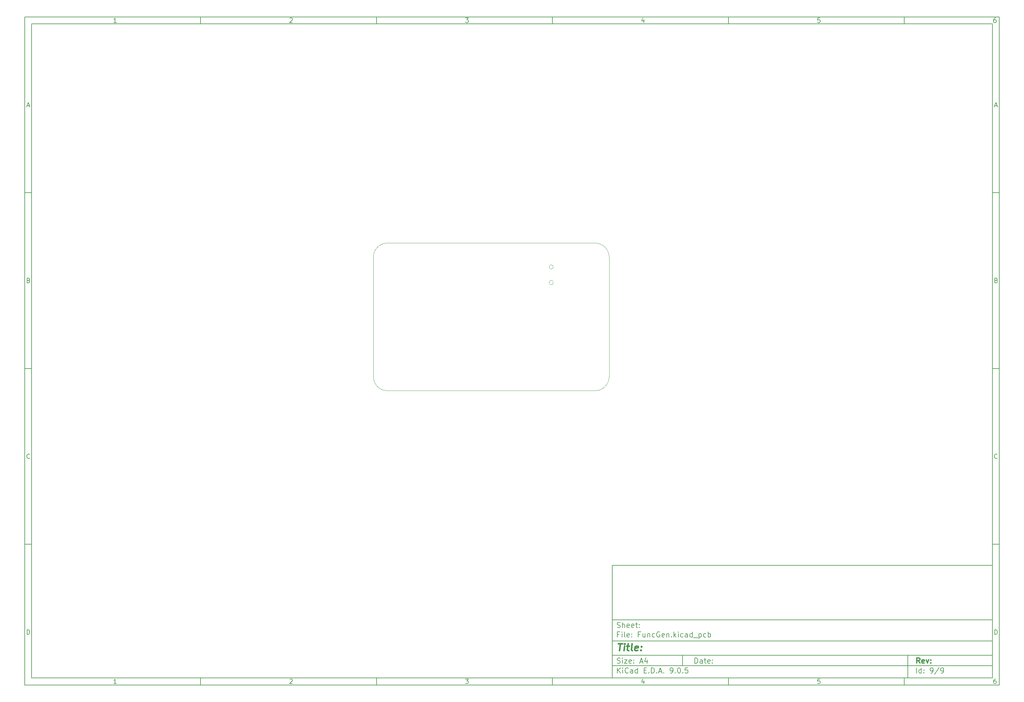
<source format=gbr>
%TF.GenerationSoftware,KiCad,Pcbnew,9.0.5*%
%TF.CreationDate,2025-10-31T11:59:02+05:30*%
%TF.ProjectId,FuncGen,46756e63-4765-46e2-9e6b-696361645f70,rev?*%
%TF.SameCoordinates,Original*%
%TF.FileFunction,Profile,NP*%
%FSLAX46Y46*%
G04 Gerber Fmt 4.6, Leading zero omitted, Abs format (unit mm)*
G04 Created by KiCad (PCBNEW 9.0.5) date 2025-10-31 11:59:02*
%MOMM*%
%LPD*%
G01*
G04 APERTURE LIST*
%ADD10C,0.100000*%
%ADD11C,0.150000*%
%ADD12C,0.300000*%
%ADD13C,0.400000*%
%TA.AperFunction,Profile*%
%ADD14C,0.100000*%
%TD*%
%TA.AperFunction,Profile*%
%ADD15C,0.120000*%
%TD*%
G04 APERTURE END LIST*
D10*
D11*
X177002200Y-166007200D02*
X285002200Y-166007200D01*
X285002200Y-198007200D01*
X177002200Y-198007200D01*
X177002200Y-166007200D01*
D10*
D11*
X10000000Y-10000000D02*
X287002200Y-10000000D01*
X287002200Y-200007200D01*
X10000000Y-200007200D01*
X10000000Y-10000000D01*
D10*
D11*
X12000000Y-12000000D02*
X285002200Y-12000000D01*
X285002200Y-198007200D01*
X12000000Y-198007200D01*
X12000000Y-12000000D01*
D10*
D11*
X60000000Y-12000000D02*
X60000000Y-10000000D01*
D10*
D11*
X110000000Y-12000000D02*
X110000000Y-10000000D01*
D10*
D11*
X160000000Y-12000000D02*
X160000000Y-10000000D01*
D10*
D11*
X210000000Y-12000000D02*
X210000000Y-10000000D01*
D10*
D11*
X260000000Y-12000000D02*
X260000000Y-10000000D01*
D10*
D11*
X36089160Y-11593604D02*
X35346303Y-11593604D01*
X35717731Y-11593604D02*
X35717731Y-10293604D01*
X35717731Y-10293604D02*
X35593922Y-10479319D01*
X35593922Y-10479319D02*
X35470112Y-10603128D01*
X35470112Y-10603128D02*
X35346303Y-10665033D01*
D10*
D11*
X85346303Y-10417414D02*
X85408207Y-10355509D01*
X85408207Y-10355509D02*
X85532017Y-10293604D01*
X85532017Y-10293604D02*
X85841541Y-10293604D01*
X85841541Y-10293604D02*
X85965350Y-10355509D01*
X85965350Y-10355509D02*
X86027255Y-10417414D01*
X86027255Y-10417414D02*
X86089160Y-10541223D01*
X86089160Y-10541223D02*
X86089160Y-10665033D01*
X86089160Y-10665033D02*
X86027255Y-10850747D01*
X86027255Y-10850747D02*
X85284398Y-11593604D01*
X85284398Y-11593604D02*
X86089160Y-11593604D01*
D10*
D11*
X135284398Y-10293604D02*
X136089160Y-10293604D01*
X136089160Y-10293604D02*
X135655826Y-10788842D01*
X135655826Y-10788842D02*
X135841541Y-10788842D01*
X135841541Y-10788842D02*
X135965350Y-10850747D01*
X135965350Y-10850747D02*
X136027255Y-10912652D01*
X136027255Y-10912652D02*
X136089160Y-11036461D01*
X136089160Y-11036461D02*
X136089160Y-11345985D01*
X136089160Y-11345985D02*
X136027255Y-11469795D01*
X136027255Y-11469795D02*
X135965350Y-11531700D01*
X135965350Y-11531700D02*
X135841541Y-11593604D01*
X135841541Y-11593604D02*
X135470112Y-11593604D01*
X135470112Y-11593604D02*
X135346303Y-11531700D01*
X135346303Y-11531700D02*
X135284398Y-11469795D01*
D10*
D11*
X185965350Y-10726938D02*
X185965350Y-11593604D01*
X185655826Y-10231700D02*
X185346303Y-11160271D01*
X185346303Y-11160271D02*
X186151064Y-11160271D01*
D10*
D11*
X236027255Y-10293604D02*
X235408207Y-10293604D01*
X235408207Y-10293604D02*
X235346303Y-10912652D01*
X235346303Y-10912652D02*
X235408207Y-10850747D01*
X235408207Y-10850747D02*
X235532017Y-10788842D01*
X235532017Y-10788842D02*
X235841541Y-10788842D01*
X235841541Y-10788842D02*
X235965350Y-10850747D01*
X235965350Y-10850747D02*
X236027255Y-10912652D01*
X236027255Y-10912652D02*
X236089160Y-11036461D01*
X236089160Y-11036461D02*
X236089160Y-11345985D01*
X236089160Y-11345985D02*
X236027255Y-11469795D01*
X236027255Y-11469795D02*
X235965350Y-11531700D01*
X235965350Y-11531700D02*
X235841541Y-11593604D01*
X235841541Y-11593604D02*
X235532017Y-11593604D01*
X235532017Y-11593604D02*
X235408207Y-11531700D01*
X235408207Y-11531700D02*
X235346303Y-11469795D01*
D10*
D11*
X285965350Y-10293604D02*
X285717731Y-10293604D01*
X285717731Y-10293604D02*
X285593922Y-10355509D01*
X285593922Y-10355509D02*
X285532017Y-10417414D01*
X285532017Y-10417414D02*
X285408207Y-10603128D01*
X285408207Y-10603128D02*
X285346303Y-10850747D01*
X285346303Y-10850747D02*
X285346303Y-11345985D01*
X285346303Y-11345985D02*
X285408207Y-11469795D01*
X285408207Y-11469795D02*
X285470112Y-11531700D01*
X285470112Y-11531700D02*
X285593922Y-11593604D01*
X285593922Y-11593604D02*
X285841541Y-11593604D01*
X285841541Y-11593604D02*
X285965350Y-11531700D01*
X285965350Y-11531700D02*
X286027255Y-11469795D01*
X286027255Y-11469795D02*
X286089160Y-11345985D01*
X286089160Y-11345985D02*
X286089160Y-11036461D01*
X286089160Y-11036461D02*
X286027255Y-10912652D01*
X286027255Y-10912652D02*
X285965350Y-10850747D01*
X285965350Y-10850747D02*
X285841541Y-10788842D01*
X285841541Y-10788842D02*
X285593922Y-10788842D01*
X285593922Y-10788842D02*
X285470112Y-10850747D01*
X285470112Y-10850747D02*
X285408207Y-10912652D01*
X285408207Y-10912652D02*
X285346303Y-11036461D01*
D10*
D11*
X60000000Y-198007200D02*
X60000000Y-200007200D01*
D10*
D11*
X110000000Y-198007200D02*
X110000000Y-200007200D01*
D10*
D11*
X160000000Y-198007200D02*
X160000000Y-200007200D01*
D10*
D11*
X210000000Y-198007200D02*
X210000000Y-200007200D01*
D10*
D11*
X260000000Y-198007200D02*
X260000000Y-200007200D01*
D10*
D11*
X36089160Y-199600804D02*
X35346303Y-199600804D01*
X35717731Y-199600804D02*
X35717731Y-198300804D01*
X35717731Y-198300804D02*
X35593922Y-198486519D01*
X35593922Y-198486519D02*
X35470112Y-198610328D01*
X35470112Y-198610328D02*
X35346303Y-198672233D01*
D10*
D11*
X85346303Y-198424614D02*
X85408207Y-198362709D01*
X85408207Y-198362709D02*
X85532017Y-198300804D01*
X85532017Y-198300804D02*
X85841541Y-198300804D01*
X85841541Y-198300804D02*
X85965350Y-198362709D01*
X85965350Y-198362709D02*
X86027255Y-198424614D01*
X86027255Y-198424614D02*
X86089160Y-198548423D01*
X86089160Y-198548423D02*
X86089160Y-198672233D01*
X86089160Y-198672233D02*
X86027255Y-198857947D01*
X86027255Y-198857947D02*
X85284398Y-199600804D01*
X85284398Y-199600804D02*
X86089160Y-199600804D01*
D10*
D11*
X135284398Y-198300804D02*
X136089160Y-198300804D01*
X136089160Y-198300804D02*
X135655826Y-198796042D01*
X135655826Y-198796042D02*
X135841541Y-198796042D01*
X135841541Y-198796042D02*
X135965350Y-198857947D01*
X135965350Y-198857947D02*
X136027255Y-198919852D01*
X136027255Y-198919852D02*
X136089160Y-199043661D01*
X136089160Y-199043661D02*
X136089160Y-199353185D01*
X136089160Y-199353185D02*
X136027255Y-199476995D01*
X136027255Y-199476995D02*
X135965350Y-199538900D01*
X135965350Y-199538900D02*
X135841541Y-199600804D01*
X135841541Y-199600804D02*
X135470112Y-199600804D01*
X135470112Y-199600804D02*
X135346303Y-199538900D01*
X135346303Y-199538900D02*
X135284398Y-199476995D01*
D10*
D11*
X185965350Y-198734138D02*
X185965350Y-199600804D01*
X185655826Y-198238900D02*
X185346303Y-199167471D01*
X185346303Y-199167471D02*
X186151064Y-199167471D01*
D10*
D11*
X236027255Y-198300804D02*
X235408207Y-198300804D01*
X235408207Y-198300804D02*
X235346303Y-198919852D01*
X235346303Y-198919852D02*
X235408207Y-198857947D01*
X235408207Y-198857947D02*
X235532017Y-198796042D01*
X235532017Y-198796042D02*
X235841541Y-198796042D01*
X235841541Y-198796042D02*
X235965350Y-198857947D01*
X235965350Y-198857947D02*
X236027255Y-198919852D01*
X236027255Y-198919852D02*
X236089160Y-199043661D01*
X236089160Y-199043661D02*
X236089160Y-199353185D01*
X236089160Y-199353185D02*
X236027255Y-199476995D01*
X236027255Y-199476995D02*
X235965350Y-199538900D01*
X235965350Y-199538900D02*
X235841541Y-199600804D01*
X235841541Y-199600804D02*
X235532017Y-199600804D01*
X235532017Y-199600804D02*
X235408207Y-199538900D01*
X235408207Y-199538900D02*
X235346303Y-199476995D01*
D10*
D11*
X285965350Y-198300804D02*
X285717731Y-198300804D01*
X285717731Y-198300804D02*
X285593922Y-198362709D01*
X285593922Y-198362709D02*
X285532017Y-198424614D01*
X285532017Y-198424614D02*
X285408207Y-198610328D01*
X285408207Y-198610328D02*
X285346303Y-198857947D01*
X285346303Y-198857947D02*
X285346303Y-199353185D01*
X285346303Y-199353185D02*
X285408207Y-199476995D01*
X285408207Y-199476995D02*
X285470112Y-199538900D01*
X285470112Y-199538900D02*
X285593922Y-199600804D01*
X285593922Y-199600804D02*
X285841541Y-199600804D01*
X285841541Y-199600804D02*
X285965350Y-199538900D01*
X285965350Y-199538900D02*
X286027255Y-199476995D01*
X286027255Y-199476995D02*
X286089160Y-199353185D01*
X286089160Y-199353185D02*
X286089160Y-199043661D01*
X286089160Y-199043661D02*
X286027255Y-198919852D01*
X286027255Y-198919852D02*
X285965350Y-198857947D01*
X285965350Y-198857947D02*
X285841541Y-198796042D01*
X285841541Y-198796042D02*
X285593922Y-198796042D01*
X285593922Y-198796042D02*
X285470112Y-198857947D01*
X285470112Y-198857947D02*
X285408207Y-198919852D01*
X285408207Y-198919852D02*
X285346303Y-199043661D01*
D10*
D11*
X10000000Y-60000000D02*
X12000000Y-60000000D01*
D10*
D11*
X10000000Y-110000000D02*
X12000000Y-110000000D01*
D10*
D11*
X10000000Y-160000000D02*
X12000000Y-160000000D01*
D10*
D11*
X10690476Y-35222176D02*
X11309523Y-35222176D01*
X10566666Y-35593604D02*
X10999999Y-34293604D01*
X10999999Y-34293604D02*
X11433333Y-35593604D01*
D10*
D11*
X11092857Y-84912652D02*
X11278571Y-84974557D01*
X11278571Y-84974557D02*
X11340476Y-85036461D01*
X11340476Y-85036461D02*
X11402380Y-85160271D01*
X11402380Y-85160271D02*
X11402380Y-85345985D01*
X11402380Y-85345985D02*
X11340476Y-85469795D01*
X11340476Y-85469795D02*
X11278571Y-85531700D01*
X11278571Y-85531700D02*
X11154761Y-85593604D01*
X11154761Y-85593604D02*
X10659523Y-85593604D01*
X10659523Y-85593604D02*
X10659523Y-84293604D01*
X10659523Y-84293604D02*
X11092857Y-84293604D01*
X11092857Y-84293604D02*
X11216666Y-84355509D01*
X11216666Y-84355509D02*
X11278571Y-84417414D01*
X11278571Y-84417414D02*
X11340476Y-84541223D01*
X11340476Y-84541223D02*
X11340476Y-84665033D01*
X11340476Y-84665033D02*
X11278571Y-84788842D01*
X11278571Y-84788842D02*
X11216666Y-84850747D01*
X11216666Y-84850747D02*
X11092857Y-84912652D01*
X11092857Y-84912652D02*
X10659523Y-84912652D01*
D10*
D11*
X11402380Y-135469795D02*
X11340476Y-135531700D01*
X11340476Y-135531700D02*
X11154761Y-135593604D01*
X11154761Y-135593604D02*
X11030952Y-135593604D01*
X11030952Y-135593604D02*
X10845238Y-135531700D01*
X10845238Y-135531700D02*
X10721428Y-135407890D01*
X10721428Y-135407890D02*
X10659523Y-135284080D01*
X10659523Y-135284080D02*
X10597619Y-135036461D01*
X10597619Y-135036461D02*
X10597619Y-134850747D01*
X10597619Y-134850747D02*
X10659523Y-134603128D01*
X10659523Y-134603128D02*
X10721428Y-134479319D01*
X10721428Y-134479319D02*
X10845238Y-134355509D01*
X10845238Y-134355509D02*
X11030952Y-134293604D01*
X11030952Y-134293604D02*
X11154761Y-134293604D01*
X11154761Y-134293604D02*
X11340476Y-134355509D01*
X11340476Y-134355509D02*
X11402380Y-134417414D01*
D10*
D11*
X10659523Y-185593604D02*
X10659523Y-184293604D01*
X10659523Y-184293604D02*
X10969047Y-184293604D01*
X10969047Y-184293604D02*
X11154761Y-184355509D01*
X11154761Y-184355509D02*
X11278571Y-184479319D01*
X11278571Y-184479319D02*
X11340476Y-184603128D01*
X11340476Y-184603128D02*
X11402380Y-184850747D01*
X11402380Y-184850747D02*
X11402380Y-185036461D01*
X11402380Y-185036461D02*
X11340476Y-185284080D01*
X11340476Y-185284080D02*
X11278571Y-185407890D01*
X11278571Y-185407890D02*
X11154761Y-185531700D01*
X11154761Y-185531700D02*
X10969047Y-185593604D01*
X10969047Y-185593604D02*
X10659523Y-185593604D01*
D10*
D11*
X287002200Y-60000000D02*
X285002200Y-60000000D01*
D10*
D11*
X287002200Y-110000000D02*
X285002200Y-110000000D01*
D10*
D11*
X287002200Y-160000000D02*
X285002200Y-160000000D01*
D10*
D11*
X285692676Y-35222176D02*
X286311723Y-35222176D01*
X285568866Y-35593604D02*
X286002199Y-34293604D01*
X286002199Y-34293604D02*
X286435533Y-35593604D01*
D10*
D11*
X286095057Y-84912652D02*
X286280771Y-84974557D01*
X286280771Y-84974557D02*
X286342676Y-85036461D01*
X286342676Y-85036461D02*
X286404580Y-85160271D01*
X286404580Y-85160271D02*
X286404580Y-85345985D01*
X286404580Y-85345985D02*
X286342676Y-85469795D01*
X286342676Y-85469795D02*
X286280771Y-85531700D01*
X286280771Y-85531700D02*
X286156961Y-85593604D01*
X286156961Y-85593604D02*
X285661723Y-85593604D01*
X285661723Y-85593604D02*
X285661723Y-84293604D01*
X285661723Y-84293604D02*
X286095057Y-84293604D01*
X286095057Y-84293604D02*
X286218866Y-84355509D01*
X286218866Y-84355509D02*
X286280771Y-84417414D01*
X286280771Y-84417414D02*
X286342676Y-84541223D01*
X286342676Y-84541223D02*
X286342676Y-84665033D01*
X286342676Y-84665033D02*
X286280771Y-84788842D01*
X286280771Y-84788842D02*
X286218866Y-84850747D01*
X286218866Y-84850747D02*
X286095057Y-84912652D01*
X286095057Y-84912652D02*
X285661723Y-84912652D01*
D10*
D11*
X286404580Y-135469795D02*
X286342676Y-135531700D01*
X286342676Y-135531700D02*
X286156961Y-135593604D01*
X286156961Y-135593604D02*
X286033152Y-135593604D01*
X286033152Y-135593604D02*
X285847438Y-135531700D01*
X285847438Y-135531700D02*
X285723628Y-135407890D01*
X285723628Y-135407890D02*
X285661723Y-135284080D01*
X285661723Y-135284080D02*
X285599819Y-135036461D01*
X285599819Y-135036461D02*
X285599819Y-134850747D01*
X285599819Y-134850747D02*
X285661723Y-134603128D01*
X285661723Y-134603128D02*
X285723628Y-134479319D01*
X285723628Y-134479319D02*
X285847438Y-134355509D01*
X285847438Y-134355509D02*
X286033152Y-134293604D01*
X286033152Y-134293604D02*
X286156961Y-134293604D01*
X286156961Y-134293604D02*
X286342676Y-134355509D01*
X286342676Y-134355509D02*
X286404580Y-134417414D01*
D10*
D11*
X285661723Y-185593604D02*
X285661723Y-184293604D01*
X285661723Y-184293604D02*
X285971247Y-184293604D01*
X285971247Y-184293604D02*
X286156961Y-184355509D01*
X286156961Y-184355509D02*
X286280771Y-184479319D01*
X286280771Y-184479319D02*
X286342676Y-184603128D01*
X286342676Y-184603128D02*
X286404580Y-184850747D01*
X286404580Y-184850747D02*
X286404580Y-185036461D01*
X286404580Y-185036461D02*
X286342676Y-185284080D01*
X286342676Y-185284080D02*
X286280771Y-185407890D01*
X286280771Y-185407890D02*
X286156961Y-185531700D01*
X286156961Y-185531700D02*
X285971247Y-185593604D01*
X285971247Y-185593604D02*
X285661723Y-185593604D01*
D10*
D11*
X200458026Y-193793328D02*
X200458026Y-192293328D01*
X200458026Y-192293328D02*
X200815169Y-192293328D01*
X200815169Y-192293328D02*
X201029455Y-192364757D01*
X201029455Y-192364757D02*
X201172312Y-192507614D01*
X201172312Y-192507614D02*
X201243741Y-192650471D01*
X201243741Y-192650471D02*
X201315169Y-192936185D01*
X201315169Y-192936185D02*
X201315169Y-193150471D01*
X201315169Y-193150471D02*
X201243741Y-193436185D01*
X201243741Y-193436185D02*
X201172312Y-193579042D01*
X201172312Y-193579042D02*
X201029455Y-193721900D01*
X201029455Y-193721900D02*
X200815169Y-193793328D01*
X200815169Y-193793328D02*
X200458026Y-193793328D01*
X202600884Y-193793328D02*
X202600884Y-193007614D01*
X202600884Y-193007614D02*
X202529455Y-192864757D01*
X202529455Y-192864757D02*
X202386598Y-192793328D01*
X202386598Y-192793328D02*
X202100884Y-192793328D01*
X202100884Y-192793328D02*
X201958026Y-192864757D01*
X202600884Y-193721900D02*
X202458026Y-193793328D01*
X202458026Y-193793328D02*
X202100884Y-193793328D01*
X202100884Y-193793328D02*
X201958026Y-193721900D01*
X201958026Y-193721900D02*
X201886598Y-193579042D01*
X201886598Y-193579042D02*
X201886598Y-193436185D01*
X201886598Y-193436185D02*
X201958026Y-193293328D01*
X201958026Y-193293328D02*
X202100884Y-193221900D01*
X202100884Y-193221900D02*
X202458026Y-193221900D01*
X202458026Y-193221900D02*
X202600884Y-193150471D01*
X203100884Y-192793328D02*
X203672312Y-192793328D01*
X203315169Y-192293328D02*
X203315169Y-193579042D01*
X203315169Y-193579042D02*
X203386598Y-193721900D01*
X203386598Y-193721900D02*
X203529455Y-193793328D01*
X203529455Y-193793328D02*
X203672312Y-193793328D01*
X204743741Y-193721900D02*
X204600884Y-193793328D01*
X204600884Y-193793328D02*
X204315170Y-193793328D01*
X204315170Y-193793328D02*
X204172312Y-193721900D01*
X204172312Y-193721900D02*
X204100884Y-193579042D01*
X204100884Y-193579042D02*
X204100884Y-193007614D01*
X204100884Y-193007614D02*
X204172312Y-192864757D01*
X204172312Y-192864757D02*
X204315170Y-192793328D01*
X204315170Y-192793328D02*
X204600884Y-192793328D01*
X204600884Y-192793328D02*
X204743741Y-192864757D01*
X204743741Y-192864757D02*
X204815170Y-193007614D01*
X204815170Y-193007614D02*
X204815170Y-193150471D01*
X204815170Y-193150471D02*
X204100884Y-193293328D01*
X205458026Y-193650471D02*
X205529455Y-193721900D01*
X205529455Y-193721900D02*
X205458026Y-193793328D01*
X205458026Y-193793328D02*
X205386598Y-193721900D01*
X205386598Y-193721900D02*
X205458026Y-193650471D01*
X205458026Y-193650471D02*
X205458026Y-193793328D01*
X205458026Y-192864757D02*
X205529455Y-192936185D01*
X205529455Y-192936185D02*
X205458026Y-193007614D01*
X205458026Y-193007614D02*
X205386598Y-192936185D01*
X205386598Y-192936185D02*
X205458026Y-192864757D01*
X205458026Y-192864757D02*
X205458026Y-193007614D01*
D10*
D11*
X177002200Y-194507200D02*
X285002200Y-194507200D01*
D10*
D11*
X178458026Y-196593328D02*
X178458026Y-195093328D01*
X179315169Y-196593328D02*
X178672312Y-195736185D01*
X179315169Y-195093328D02*
X178458026Y-195950471D01*
X179958026Y-196593328D02*
X179958026Y-195593328D01*
X179958026Y-195093328D02*
X179886598Y-195164757D01*
X179886598Y-195164757D02*
X179958026Y-195236185D01*
X179958026Y-195236185D02*
X180029455Y-195164757D01*
X180029455Y-195164757D02*
X179958026Y-195093328D01*
X179958026Y-195093328D02*
X179958026Y-195236185D01*
X181529455Y-196450471D02*
X181458027Y-196521900D01*
X181458027Y-196521900D02*
X181243741Y-196593328D01*
X181243741Y-196593328D02*
X181100884Y-196593328D01*
X181100884Y-196593328D02*
X180886598Y-196521900D01*
X180886598Y-196521900D02*
X180743741Y-196379042D01*
X180743741Y-196379042D02*
X180672312Y-196236185D01*
X180672312Y-196236185D02*
X180600884Y-195950471D01*
X180600884Y-195950471D02*
X180600884Y-195736185D01*
X180600884Y-195736185D02*
X180672312Y-195450471D01*
X180672312Y-195450471D02*
X180743741Y-195307614D01*
X180743741Y-195307614D02*
X180886598Y-195164757D01*
X180886598Y-195164757D02*
X181100884Y-195093328D01*
X181100884Y-195093328D02*
X181243741Y-195093328D01*
X181243741Y-195093328D02*
X181458027Y-195164757D01*
X181458027Y-195164757D02*
X181529455Y-195236185D01*
X182815170Y-196593328D02*
X182815170Y-195807614D01*
X182815170Y-195807614D02*
X182743741Y-195664757D01*
X182743741Y-195664757D02*
X182600884Y-195593328D01*
X182600884Y-195593328D02*
X182315170Y-195593328D01*
X182315170Y-195593328D02*
X182172312Y-195664757D01*
X182815170Y-196521900D02*
X182672312Y-196593328D01*
X182672312Y-196593328D02*
X182315170Y-196593328D01*
X182315170Y-196593328D02*
X182172312Y-196521900D01*
X182172312Y-196521900D02*
X182100884Y-196379042D01*
X182100884Y-196379042D02*
X182100884Y-196236185D01*
X182100884Y-196236185D02*
X182172312Y-196093328D01*
X182172312Y-196093328D02*
X182315170Y-196021900D01*
X182315170Y-196021900D02*
X182672312Y-196021900D01*
X182672312Y-196021900D02*
X182815170Y-195950471D01*
X184172313Y-196593328D02*
X184172313Y-195093328D01*
X184172313Y-196521900D02*
X184029455Y-196593328D01*
X184029455Y-196593328D02*
X183743741Y-196593328D01*
X183743741Y-196593328D02*
X183600884Y-196521900D01*
X183600884Y-196521900D02*
X183529455Y-196450471D01*
X183529455Y-196450471D02*
X183458027Y-196307614D01*
X183458027Y-196307614D02*
X183458027Y-195879042D01*
X183458027Y-195879042D02*
X183529455Y-195736185D01*
X183529455Y-195736185D02*
X183600884Y-195664757D01*
X183600884Y-195664757D02*
X183743741Y-195593328D01*
X183743741Y-195593328D02*
X184029455Y-195593328D01*
X184029455Y-195593328D02*
X184172313Y-195664757D01*
X186029455Y-195807614D02*
X186529455Y-195807614D01*
X186743741Y-196593328D02*
X186029455Y-196593328D01*
X186029455Y-196593328D02*
X186029455Y-195093328D01*
X186029455Y-195093328D02*
X186743741Y-195093328D01*
X187386598Y-196450471D02*
X187458027Y-196521900D01*
X187458027Y-196521900D02*
X187386598Y-196593328D01*
X187386598Y-196593328D02*
X187315170Y-196521900D01*
X187315170Y-196521900D02*
X187386598Y-196450471D01*
X187386598Y-196450471D02*
X187386598Y-196593328D01*
X188100884Y-196593328D02*
X188100884Y-195093328D01*
X188100884Y-195093328D02*
X188458027Y-195093328D01*
X188458027Y-195093328D02*
X188672313Y-195164757D01*
X188672313Y-195164757D02*
X188815170Y-195307614D01*
X188815170Y-195307614D02*
X188886599Y-195450471D01*
X188886599Y-195450471D02*
X188958027Y-195736185D01*
X188958027Y-195736185D02*
X188958027Y-195950471D01*
X188958027Y-195950471D02*
X188886599Y-196236185D01*
X188886599Y-196236185D02*
X188815170Y-196379042D01*
X188815170Y-196379042D02*
X188672313Y-196521900D01*
X188672313Y-196521900D02*
X188458027Y-196593328D01*
X188458027Y-196593328D02*
X188100884Y-196593328D01*
X189600884Y-196450471D02*
X189672313Y-196521900D01*
X189672313Y-196521900D02*
X189600884Y-196593328D01*
X189600884Y-196593328D02*
X189529456Y-196521900D01*
X189529456Y-196521900D02*
X189600884Y-196450471D01*
X189600884Y-196450471D02*
X189600884Y-196593328D01*
X190243742Y-196164757D02*
X190958028Y-196164757D01*
X190100885Y-196593328D02*
X190600885Y-195093328D01*
X190600885Y-195093328D02*
X191100885Y-196593328D01*
X191600884Y-196450471D02*
X191672313Y-196521900D01*
X191672313Y-196521900D02*
X191600884Y-196593328D01*
X191600884Y-196593328D02*
X191529456Y-196521900D01*
X191529456Y-196521900D02*
X191600884Y-196450471D01*
X191600884Y-196450471D02*
X191600884Y-196593328D01*
X193529456Y-196593328D02*
X193815170Y-196593328D01*
X193815170Y-196593328D02*
X193958027Y-196521900D01*
X193958027Y-196521900D02*
X194029456Y-196450471D01*
X194029456Y-196450471D02*
X194172313Y-196236185D01*
X194172313Y-196236185D02*
X194243742Y-195950471D01*
X194243742Y-195950471D02*
X194243742Y-195379042D01*
X194243742Y-195379042D02*
X194172313Y-195236185D01*
X194172313Y-195236185D02*
X194100885Y-195164757D01*
X194100885Y-195164757D02*
X193958027Y-195093328D01*
X193958027Y-195093328D02*
X193672313Y-195093328D01*
X193672313Y-195093328D02*
X193529456Y-195164757D01*
X193529456Y-195164757D02*
X193458027Y-195236185D01*
X193458027Y-195236185D02*
X193386599Y-195379042D01*
X193386599Y-195379042D02*
X193386599Y-195736185D01*
X193386599Y-195736185D02*
X193458027Y-195879042D01*
X193458027Y-195879042D02*
X193529456Y-195950471D01*
X193529456Y-195950471D02*
X193672313Y-196021900D01*
X193672313Y-196021900D02*
X193958027Y-196021900D01*
X193958027Y-196021900D02*
X194100885Y-195950471D01*
X194100885Y-195950471D02*
X194172313Y-195879042D01*
X194172313Y-195879042D02*
X194243742Y-195736185D01*
X194886598Y-196450471D02*
X194958027Y-196521900D01*
X194958027Y-196521900D02*
X194886598Y-196593328D01*
X194886598Y-196593328D02*
X194815170Y-196521900D01*
X194815170Y-196521900D02*
X194886598Y-196450471D01*
X194886598Y-196450471D02*
X194886598Y-196593328D01*
X195886599Y-195093328D02*
X196029456Y-195093328D01*
X196029456Y-195093328D02*
X196172313Y-195164757D01*
X196172313Y-195164757D02*
X196243742Y-195236185D01*
X196243742Y-195236185D02*
X196315170Y-195379042D01*
X196315170Y-195379042D02*
X196386599Y-195664757D01*
X196386599Y-195664757D02*
X196386599Y-196021900D01*
X196386599Y-196021900D02*
X196315170Y-196307614D01*
X196315170Y-196307614D02*
X196243742Y-196450471D01*
X196243742Y-196450471D02*
X196172313Y-196521900D01*
X196172313Y-196521900D02*
X196029456Y-196593328D01*
X196029456Y-196593328D02*
X195886599Y-196593328D01*
X195886599Y-196593328D02*
X195743742Y-196521900D01*
X195743742Y-196521900D02*
X195672313Y-196450471D01*
X195672313Y-196450471D02*
X195600884Y-196307614D01*
X195600884Y-196307614D02*
X195529456Y-196021900D01*
X195529456Y-196021900D02*
X195529456Y-195664757D01*
X195529456Y-195664757D02*
X195600884Y-195379042D01*
X195600884Y-195379042D02*
X195672313Y-195236185D01*
X195672313Y-195236185D02*
X195743742Y-195164757D01*
X195743742Y-195164757D02*
X195886599Y-195093328D01*
X197029455Y-196450471D02*
X197100884Y-196521900D01*
X197100884Y-196521900D02*
X197029455Y-196593328D01*
X197029455Y-196593328D02*
X196958027Y-196521900D01*
X196958027Y-196521900D02*
X197029455Y-196450471D01*
X197029455Y-196450471D02*
X197029455Y-196593328D01*
X198458027Y-195093328D02*
X197743741Y-195093328D01*
X197743741Y-195093328D02*
X197672313Y-195807614D01*
X197672313Y-195807614D02*
X197743741Y-195736185D01*
X197743741Y-195736185D02*
X197886599Y-195664757D01*
X197886599Y-195664757D02*
X198243741Y-195664757D01*
X198243741Y-195664757D02*
X198386599Y-195736185D01*
X198386599Y-195736185D02*
X198458027Y-195807614D01*
X198458027Y-195807614D02*
X198529456Y-195950471D01*
X198529456Y-195950471D02*
X198529456Y-196307614D01*
X198529456Y-196307614D02*
X198458027Y-196450471D01*
X198458027Y-196450471D02*
X198386599Y-196521900D01*
X198386599Y-196521900D02*
X198243741Y-196593328D01*
X198243741Y-196593328D02*
X197886599Y-196593328D01*
X197886599Y-196593328D02*
X197743741Y-196521900D01*
X197743741Y-196521900D02*
X197672313Y-196450471D01*
D10*
D11*
X177002200Y-191507200D02*
X285002200Y-191507200D01*
D10*
D12*
X264413853Y-193785528D02*
X263913853Y-193071242D01*
X263556710Y-193785528D02*
X263556710Y-192285528D01*
X263556710Y-192285528D02*
X264128139Y-192285528D01*
X264128139Y-192285528D02*
X264270996Y-192356957D01*
X264270996Y-192356957D02*
X264342425Y-192428385D01*
X264342425Y-192428385D02*
X264413853Y-192571242D01*
X264413853Y-192571242D02*
X264413853Y-192785528D01*
X264413853Y-192785528D02*
X264342425Y-192928385D01*
X264342425Y-192928385D02*
X264270996Y-192999814D01*
X264270996Y-192999814D02*
X264128139Y-193071242D01*
X264128139Y-193071242D02*
X263556710Y-193071242D01*
X265628139Y-193714100D02*
X265485282Y-193785528D01*
X265485282Y-193785528D02*
X265199568Y-193785528D01*
X265199568Y-193785528D02*
X265056710Y-193714100D01*
X265056710Y-193714100D02*
X264985282Y-193571242D01*
X264985282Y-193571242D02*
X264985282Y-192999814D01*
X264985282Y-192999814D02*
X265056710Y-192856957D01*
X265056710Y-192856957D02*
X265199568Y-192785528D01*
X265199568Y-192785528D02*
X265485282Y-192785528D01*
X265485282Y-192785528D02*
X265628139Y-192856957D01*
X265628139Y-192856957D02*
X265699568Y-192999814D01*
X265699568Y-192999814D02*
X265699568Y-193142671D01*
X265699568Y-193142671D02*
X264985282Y-193285528D01*
X266199567Y-192785528D02*
X266556710Y-193785528D01*
X266556710Y-193785528D02*
X266913853Y-192785528D01*
X267485281Y-193642671D02*
X267556710Y-193714100D01*
X267556710Y-193714100D02*
X267485281Y-193785528D01*
X267485281Y-193785528D02*
X267413853Y-193714100D01*
X267413853Y-193714100D02*
X267485281Y-193642671D01*
X267485281Y-193642671D02*
X267485281Y-193785528D01*
X267485281Y-192856957D02*
X267556710Y-192928385D01*
X267556710Y-192928385D02*
X267485281Y-192999814D01*
X267485281Y-192999814D02*
X267413853Y-192928385D01*
X267413853Y-192928385D02*
X267485281Y-192856957D01*
X267485281Y-192856957D02*
X267485281Y-192999814D01*
D10*
D11*
X178386598Y-193721900D02*
X178600884Y-193793328D01*
X178600884Y-193793328D02*
X178958026Y-193793328D01*
X178958026Y-193793328D02*
X179100884Y-193721900D01*
X179100884Y-193721900D02*
X179172312Y-193650471D01*
X179172312Y-193650471D02*
X179243741Y-193507614D01*
X179243741Y-193507614D02*
X179243741Y-193364757D01*
X179243741Y-193364757D02*
X179172312Y-193221900D01*
X179172312Y-193221900D02*
X179100884Y-193150471D01*
X179100884Y-193150471D02*
X178958026Y-193079042D01*
X178958026Y-193079042D02*
X178672312Y-193007614D01*
X178672312Y-193007614D02*
X178529455Y-192936185D01*
X178529455Y-192936185D02*
X178458026Y-192864757D01*
X178458026Y-192864757D02*
X178386598Y-192721900D01*
X178386598Y-192721900D02*
X178386598Y-192579042D01*
X178386598Y-192579042D02*
X178458026Y-192436185D01*
X178458026Y-192436185D02*
X178529455Y-192364757D01*
X178529455Y-192364757D02*
X178672312Y-192293328D01*
X178672312Y-192293328D02*
X179029455Y-192293328D01*
X179029455Y-192293328D02*
X179243741Y-192364757D01*
X179886597Y-193793328D02*
X179886597Y-192793328D01*
X179886597Y-192293328D02*
X179815169Y-192364757D01*
X179815169Y-192364757D02*
X179886597Y-192436185D01*
X179886597Y-192436185D02*
X179958026Y-192364757D01*
X179958026Y-192364757D02*
X179886597Y-192293328D01*
X179886597Y-192293328D02*
X179886597Y-192436185D01*
X180458026Y-192793328D02*
X181243741Y-192793328D01*
X181243741Y-192793328D02*
X180458026Y-193793328D01*
X180458026Y-193793328D02*
X181243741Y-193793328D01*
X182386598Y-193721900D02*
X182243741Y-193793328D01*
X182243741Y-193793328D02*
X181958027Y-193793328D01*
X181958027Y-193793328D02*
X181815169Y-193721900D01*
X181815169Y-193721900D02*
X181743741Y-193579042D01*
X181743741Y-193579042D02*
X181743741Y-193007614D01*
X181743741Y-193007614D02*
X181815169Y-192864757D01*
X181815169Y-192864757D02*
X181958027Y-192793328D01*
X181958027Y-192793328D02*
X182243741Y-192793328D01*
X182243741Y-192793328D02*
X182386598Y-192864757D01*
X182386598Y-192864757D02*
X182458027Y-193007614D01*
X182458027Y-193007614D02*
X182458027Y-193150471D01*
X182458027Y-193150471D02*
X181743741Y-193293328D01*
X183100883Y-193650471D02*
X183172312Y-193721900D01*
X183172312Y-193721900D02*
X183100883Y-193793328D01*
X183100883Y-193793328D02*
X183029455Y-193721900D01*
X183029455Y-193721900D02*
X183100883Y-193650471D01*
X183100883Y-193650471D02*
X183100883Y-193793328D01*
X183100883Y-192864757D02*
X183172312Y-192936185D01*
X183172312Y-192936185D02*
X183100883Y-193007614D01*
X183100883Y-193007614D02*
X183029455Y-192936185D01*
X183029455Y-192936185D02*
X183100883Y-192864757D01*
X183100883Y-192864757D02*
X183100883Y-193007614D01*
X184886598Y-193364757D02*
X185600884Y-193364757D01*
X184743741Y-193793328D02*
X185243741Y-192293328D01*
X185243741Y-192293328D02*
X185743741Y-193793328D01*
X186886598Y-192793328D02*
X186886598Y-193793328D01*
X186529455Y-192221900D02*
X186172312Y-193293328D01*
X186172312Y-193293328D02*
X187100883Y-193293328D01*
D10*
D11*
X263458026Y-196593328D02*
X263458026Y-195093328D01*
X264815170Y-196593328D02*
X264815170Y-195093328D01*
X264815170Y-196521900D02*
X264672312Y-196593328D01*
X264672312Y-196593328D02*
X264386598Y-196593328D01*
X264386598Y-196593328D02*
X264243741Y-196521900D01*
X264243741Y-196521900D02*
X264172312Y-196450471D01*
X264172312Y-196450471D02*
X264100884Y-196307614D01*
X264100884Y-196307614D02*
X264100884Y-195879042D01*
X264100884Y-195879042D02*
X264172312Y-195736185D01*
X264172312Y-195736185D02*
X264243741Y-195664757D01*
X264243741Y-195664757D02*
X264386598Y-195593328D01*
X264386598Y-195593328D02*
X264672312Y-195593328D01*
X264672312Y-195593328D02*
X264815170Y-195664757D01*
X265529455Y-196450471D02*
X265600884Y-196521900D01*
X265600884Y-196521900D02*
X265529455Y-196593328D01*
X265529455Y-196593328D02*
X265458027Y-196521900D01*
X265458027Y-196521900D02*
X265529455Y-196450471D01*
X265529455Y-196450471D02*
X265529455Y-196593328D01*
X265529455Y-195664757D02*
X265600884Y-195736185D01*
X265600884Y-195736185D02*
X265529455Y-195807614D01*
X265529455Y-195807614D02*
X265458027Y-195736185D01*
X265458027Y-195736185D02*
X265529455Y-195664757D01*
X265529455Y-195664757D02*
X265529455Y-195807614D01*
X267458027Y-196593328D02*
X267743741Y-196593328D01*
X267743741Y-196593328D02*
X267886598Y-196521900D01*
X267886598Y-196521900D02*
X267958027Y-196450471D01*
X267958027Y-196450471D02*
X268100884Y-196236185D01*
X268100884Y-196236185D02*
X268172313Y-195950471D01*
X268172313Y-195950471D02*
X268172313Y-195379042D01*
X268172313Y-195379042D02*
X268100884Y-195236185D01*
X268100884Y-195236185D02*
X268029456Y-195164757D01*
X268029456Y-195164757D02*
X267886598Y-195093328D01*
X267886598Y-195093328D02*
X267600884Y-195093328D01*
X267600884Y-195093328D02*
X267458027Y-195164757D01*
X267458027Y-195164757D02*
X267386598Y-195236185D01*
X267386598Y-195236185D02*
X267315170Y-195379042D01*
X267315170Y-195379042D02*
X267315170Y-195736185D01*
X267315170Y-195736185D02*
X267386598Y-195879042D01*
X267386598Y-195879042D02*
X267458027Y-195950471D01*
X267458027Y-195950471D02*
X267600884Y-196021900D01*
X267600884Y-196021900D02*
X267886598Y-196021900D01*
X267886598Y-196021900D02*
X268029456Y-195950471D01*
X268029456Y-195950471D02*
X268100884Y-195879042D01*
X268100884Y-195879042D02*
X268172313Y-195736185D01*
X269886598Y-195021900D02*
X268600884Y-196950471D01*
X270458027Y-196593328D02*
X270743741Y-196593328D01*
X270743741Y-196593328D02*
X270886598Y-196521900D01*
X270886598Y-196521900D02*
X270958027Y-196450471D01*
X270958027Y-196450471D02*
X271100884Y-196236185D01*
X271100884Y-196236185D02*
X271172313Y-195950471D01*
X271172313Y-195950471D02*
X271172313Y-195379042D01*
X271172313Y-195379042D02*
X271100884Y-195236185D01*
X271100884Y-195236185D02*
X271029456Y-195164757D01*
X271029456Y-195164757D02*
X270886598Y-195093328D01*
X270886598Y-195093328D02*
X270600884Y-195093328D01*
X270600884Y-195093328D02*
X270458027Y-195164757D01*
X270458027Y-195164757D02*
X270386598Y-195236185D01*
X270386598Y-195236185D02*
X270315170Y-195379042D01*
X270315170Y-195379042D02*
X270315170Y-195736185D01*
X270315170Y-195736185D02*
X270386598Y-195879042D01*
X270386598Y-195879042D02*
X270458027Y-195950471D01*
X270458027Y-195950471D02*
X270600884Y-196021900D01*
X270600884Y-196021900D02*
X270886598Y-196021900D01*
X270886598Y-196021900D02*
X271029456Y-195950471D01*
X271029456Y-195950471D02*
X271100884Y-195879042D01*
X271100884Y-195879042D02*
X271172313Y-195736185D01*
D10*
D11*
X177002200Y-187507200D02*
X285002200Y-187507200D01*
D10*
D13*
X178693928Y-188211638D02*
X179836785Y-188211638D01*
X179015357Y-190211638D02*
X179265357Y-188211638D01*
X180253452Y-190211638D02*
X180420119Y-188878304D01*
X180503452Y-188211638D02*
X180396309Y-188306876D01*
X180396309Y-188306876D02*
X180479643Y-188402114D01*
X180479643Y-188402114D02*
X180586786Y-188306876D01*
X180586786Y-188306876D02*
X180503452Y-188211638D01*
X180503452Y-188211638D02*
X180479643Y-188402114D01*
X181086786Y-188878304D02*
X181848690Y-188878304D01*
X181455833Y-188211638D02*
X181241548Y-189925923D01*
X181241548Y-189925923D02*
X181312976Y-190116400D01*
X181312976Y-190116400D02*
X181491548Y-190211638D01*
X181491548Y-190211638D02*
X181682024Y-190211638D01*
X182634405Y-190211638D02*
X182455833Y-190116400D01*
X182455833Y-190116400D02*
X182384405Y-189925923D01*
X182384405Y-189925923D02*
X182598690Y-188211638D01*
X184170119Y-190116400D02*
X183967738Y-190211638D01*
X183967738Y-190211638D02*
X183586785Y-190211638D01*
X183586785Y-190211638D02*
X183408214Y-190116400D01*
X183408214Y-190116400D02*
X183336785Y-189925923D01*
X183336785Y-189925923D02*
X183432024Y-189164019D01*
X183432024Y-189164019D02*
X183551071Y-188973542D01*
X183551071Y-188973542D02*
X183753452Y-188878304D01*
X183753452Y-188878304D02*
X184134404Y-188878304D01*
X184134404Y-188878304D02*
X184312976Y-188973542D01*
X184312976Y-188973542D02*
X184384404Y-189164019D01*
X184384404Y-189164019D02*
X184360595Y-189354495D01*
X184360595Y-189354495D02*
X183384404Y-189544971D01*
X185134405Y-190021161D02*
X185217738Y-190116400D01*
X185217738Y-190116400D02*
X185110595Y-190211638D01*
X185110595Y-190211638D02*
X185027262Y-190116400D01*
X185027262Y-190116400D02*
X185134405Y-190021161D01*
X185134405Y-190021161D02*
X185110595Y-190211638D01*
X185265357Y-188973542D02*
X185348690Y-189068780D01*
X185348690Y-189068780D02*
X185241548Y-189164019D01*
X185241548Y-189164019D02*
X185158214Y-189068780D01*
X185158214Y-189068780D02*
X185265357Y-188973542D01*
X185265357Y-188973542D02*
X185241548Y-189164019D01*
D10*
D11*
X178958026Y-185607614D02*
X178458026Y-185607614D01*
X178458026Y-186393328D02*
X178458026Y-184893328D01*
X178458026Y-184893328D02*
X179172312Y-184893328D01*
X179743740Y-186393328D02*
X179743740Y-185393328D01*
X179743740Y-184893328D02*
X179672312Y-184964757D01*
X179672312Y-184964757D02*
X179743740Y-185036185D01*
X179743740Y-185036185D02*
X179815169Y-184964757D01*
X179815169Y-184964757D02*
X179743740Y-184893328D01*
X179743740Y-184893328D02*
X179743740Y-185036185D01*
X180672312Y-186393328D02*
X180529455Y-186321900D01*
X180529455Y-186321900D02*
X180458026Y-186179042D01*
X180458026Y-186179042D02*
X180458026Y-184893328D01*
X181815169Y-186321900D02*
X181672312Y-186393328D01*
X181672312Y-186393328D02*
X181386598Y-186393328D01*
X181386598Y-186393328D02*
X181243740Y-186321900D01*
X181243740Y-186321900D02*
X181172312Y-186179042D01*
X181172312Y-186179042D02*
X181172312Y-185607614D01*
X181172312Y-185607614D02*
X181243740Y-185464757D01*
X181243740Y-185464757D02*
X181386598Y-185393328D01*
X181386598Y-185393328D02*
X181672312Y-185393328D01*
X181672312Y-185393328D02*
X181815169Y-185464757D01*
X181815169Y-185464757D02*
X181886598Y-185607614D01*
X181886598Y-185607614D02*
X181886598Y-185750471D01*
X181886598Y-185750471D02*
X181172312Y-185893328D01*
X182529454Y-186250471D02*
X182600883Y-186321900D01*
X182600883Y-186321900D02*
X182529454Y-186393328D01*
X182529454Y-186393328D02*
X182458026Y-186321900D01*
X182458026Y-186321900D02*
X182529454Y-186250471D01*
X182529454Y-186250471D02*
X182529454Y-186393328D01*
X182529454Y-185464757D02*
X182600883Y-185536185D01*
X182600883Y-185536185D02*
X182529454Y-185607614D01*
X182529454Y-185607614D02*
X182458026Y-185536185D01*
X182458026Y-185536185D02*
X182529454Y-185464757D01*
X182529454Y-185464757D02*
X182529454Y-185607614D01*
X184886597Y-185607614D02*
X184386597Y-185607614D01*
X184386597Y-186393328D02*
X184386597Y-184893328D01*
X184386597Y-184893328D02*
X185100883Y-184893328D01*
X186315169Y-185393328D02*
X186315169Y-186393328D01*
X185672311Y-185393328D02*
X185672311Y-186179042D01*
X185672311Y-186179042D02*
X185743740Y-186321900D01*
X185743740Y-186321900D02*
X185886597Y-186393328D01*
X185886597Y-186393328D02*
X186100883Y-186393328D01*
X186100883Y-186393328D02*
X186243740Y-186321900D01*
X186243740Y-186321900D02*
X186315169Y-186250471D01*
X187029454Y-185393328D02*
X187029454Y-186393328D01*
X187029454Y-185536185D02*
X187100883Y-185464757D01*
X187100883Y-185464757D02*
X187243740Y-185393328D01*
X187243740Y-185393328D02*
X187458026Y-185393328D01*
X187458026Y-185393328D02*
X187600883Y-185464757D01*
X187600883Y-185464757D02*
X187672312Y-185607614D01*
X187672312Y-185607614D02*
X187672312Y-186393328D01*
X189029455Y-186321900D02*
X188886597Y-186393328D01*
X188886597Y-186393328D02*
X188600883Y-186393328D01*
X188600883Y-186393328D02*
X188458026Y-186321900D01*
X188458026Y-186321900D02*
X188386597Y-186250471D01*
X188386597Y-186250471D02*
X188315169Y-186107614D01*
X188315169Y-186107614D02*
X188315169Y-185679042D01*
X188315169Y-185679042D02*
X188386597Y-185536185D01*
X188386597Y-185536185D02*
X188458026Y-185464757D01*
X188458026Y-185464757D02*
X188600883Y-185393328D01*
X188600883Y-185393328D02*
X188886597Y-185393328D01*
X188886597Y-185393328D02*
X189029455Y-185464757D01*
X190458026Y-184964757D02*
X190315169Y-184893328D01*
X190315169Y-184893328D02*
X190100883Y-184893328D01*
X190100883Y-184893328D02*
X189886597Y-184964757D01*
X189886597Y-184964757D02*
X189743740Y-185107614D01*
X189743740Y-185107614D02*
X189672311Y-185250471D01*
X189672311Y-185250471D02*
X189600883Y-185536185D01*
X189600883Y-185536185D02*
X189600883Y-185750471D01*
X189600883Y-185750471D02*
X189672311Y-186036185D01*
X189672311Y-186036185D02*
X189743740Y-186179042D01*
X189743740Y-186179042D02*
X189886597Y-186321900D01*
X189886597Y-186321900D02*
X190100883Y-186393328D01*
X190100883Y-186393328D02*
X190243740Y-186393328D01*
X190243740Y-186393328D02*
X190458026Y-186321900D01*
X190458026Y-186321900D02*
X190529454Y-186250471D01*
X190529454Y-186250471D02*
X190529454Y-185750471D01*
X190529454Y-185750471D02*
X190243740Y-185750471D01*
X191743740Y-186321900D02*
X191600883Y-186393328D01*
X191600883Y-186393328D02*
X191315169Y-186393328D01*
X191315169Y-186393328D02*
X191172311Y-186321900D01*
X191172311Y-186321900D02*
X191100883Y-186179042D01*
X191100883Y-186179042D02*
X191100883Y-185607614D01*
X191100883Y-185607614D02*
X191172311Y-185464757D01*
X191172311Y-185464757D02*
X191315169Y-185393328D01*
X191315169Y-185393328D02*
X191600883Y-185393328D01*
X191600883Y-185393328D02*
X191743740Y-185464757D01*
X191743740Y-185464757D02*
X191815169Y-185607614D01*
X191815169Y-185607614D02*
X191815169Y-185750471D01*
X191815169Y-185750471D02*
X191100883Y-185893328D01*
X192458025Y-185393328D02*
X192458025Y-186393328D01*
X192458025Y-185536185D02*
X192529454Y-185464757D01*
X192529454Y-185464757D02*
X192672311Y-185393328D01*
X192672311Y-185393328D02*
X192886597Y-185393328D01*
X192886597Y-185393328D02*
X193029454Y-185464757D01*
X193029454Y-185464757D02*
X193100883Y-185607614D01*
X193100883Y-185607614D02*
X193100883Y-186393328D01*
X193815168Y-186250471D02*
X193886597Y-186321900D01*
X193886597Y-186321900D02*
X193815168Y-186393328D01*
X193815168Y-186393328D02*
X193743740Y-186321900D01*
X193743740Y-186321900D02*
X193815168Y-186250471D01*
X193815168Y-186250471D02*
X193815168Y-186393328D01*
X194529454Y-186393328D02*
X194529454Y-184893328D01*
X194672312Y-185821900D02*
X195100883Y-186393328D01*
X195100883Y-185393328D02*
X194529454Y-185964757D01*
X195743740Y-186393328D02*
X195743740Y-185393328D01*
X195743740Y-184893328D02*
X195672312Y-184964757D01*
X195672312Y-184964757D02*
X195743740Y-185036185D01*
X195743740Y-185036185D02*
X195815169Y-184964757D01*
X195815169Y-184964757D02*
X195743740Y-184893328D01*
X195743740Y-184893328D02*
X195743740Y-185036185D01*
X197100884Y-186321900D02*
X196958026Y-186393328D01*
X196958026Y-186393328D02*
X196672312Y-186393328D01*
X196672312Y-186393328D02*
X196529455Y-186321900D01*
X196529455Y-186321900D02*
X196458026Y-186250471D01*
X196458026Y-186250471D02*
X196386598Y-186107614D01*
X196386598Y-186107614D02*
X196386598Y-185679042D01*
X196386598Y-185679042D02*
X196458026Y-185536185D01*
X196458026Y-185536185D02*
X196529455Y-185464757D01*
X196529455Y-185464757D02*
X196672312Y-185393328D01*
X196672312Y-185393328D02*
X196958026Y-185393328D01*
X196958026Y-185393328D02*
X197100884Y-185464757D01*
X198386598Y-186393328D02*
X198386598Y-185607614D01*
X198386598Y-185607614D02*
X198315169Y-185464757D01*
X198315169Y-185464757D02*
X198172312Y-185393328D01*
X198172312Y-185393328D02*
X197886598Y-185393328D01*
X197886598Y-185393328D02*
X197743740Y-185464757D01*
X198386598Y-186321900D02*
X198243740Y-186393328D01*
X198243740Y-186393328D02*
X197886598Y-186393328D01*
X197886598Y-186393328D02*
X197743740Y-186321900D01*
X197743740Y-186321900D02*
X197672312Y-186179042D01*
X197672312Y-186179042D02*
X197672312Y-186036185D01*
X197672312Y-186036185D02*
X197743740Y-185893328D01*
X197743740Y-185893328D02*
X197886598Y-185821900D01*
X197886598Y-185821900D02*
X198243740Y-185821900D01*
X198243740Y-185821900D02*
X198386598Y-185750471D01*
X199743741Y-186393328D02*
X199743741Y-184893328D01*
X199743741Y-186321900D02*
X199600883Y-186393328D01*
X199600883Y-186393328D02*
X199315169Y-186393328D01*
X199315169Y-186393328D02*
X199172312Y-186321900D01*
X199172312Y-186321900D02*
X199100883Y-186250471D01*
X199100883Y-186250471D02*
X199029455Y-186107614D01*
X199029455Y-186107614D02*
X199029455Y-185679042D01*
X199029455Y-185679042D02*
X199100883Y-185536185D01*
X199100883Y-185536185D02*
X199172312Y-185464757D01*
X199172312Y-185464757D02*
X199315169Y-185393328D01*
X199315169Y-185393328D02*
X199600883Y-185393328D01*
X199600883Y-185393328D02*
X199743741Y-185464757D01*
X200100884Y-186536185D02*
X201243741Y-186536185D01*
X201600883Y-185393328D02*
X201600883Y-186893328D01*
X201600883Y-185464757D02*
X201743741Y-185393328D01*
X201743741Y-185393328D02*
X202029455Y-185393328D01*
X202029455Y-185393328D02*
X202172312Y-185464757D01*
X202172312Y-185464757D02*
X202243741Y-185536185D01*
X202243741Y-185536185D02*
X202315169Y-185679042D01*
X202315169Y-185679042D02*
X202315169Y-186107614D01*
X202315169Y-186107614D02*
X202243741Y-186250471D01*
X202243741Y-186250471D02*
X202172312Y-186321900D01*
X202172312Y-186321900D02*
X202029455Y-186393328D01*
X202029455Y-186393328D02*
X201743741Y-186393328D01*
X201743741Y-186393328D02*
X201600883Y-186321900D01*
X203600884Y-186321900D02*
X203458026Y-186393328D01*
X203458026Y-186393328D02*
X203172312Y-186393328D01*
X203172312Y-186393328D02*
X203029455Y-186321900D01*
X203029455Y-186321900D02*
X202958026Y-186250471D01*
X202958026Y-186250471D02*
X202886598Y-186107614D01*
X202886598Y-186107614D02*
X202886598Y-185679042D01*
X202886598Y-185679042D02*
X202958026Y-185536185D01*
X202958026Y-185536185D02*
X203029455Y-185464757D01*
X203029455Y-185464757D02*
X203172312Y-185393328D01*
X203172312Y-185393328D02*
X203458026Y-185393328D01*
X203458026Y-185393328D02*
X203600884Y-185464757D01*
X204243740Y-186393328D02*
X204243740Y-184893328D01*
X204243740Y-185464757D02*
X204386598Y-185393328D01*
X204386598Y-185393328D02*
X204672312Y-185393328D01*
X204672312Y-185393328D02*
X204815169Y-185464757D01*
X204815169Y-185464757D02*
X204886598Y-185536185D01*
X204886598Y-185536185D02*
X204958026Y-185679042D01*
X204958026Y-185679042D02*
X204958026Y-186107614D01*
X204958026Y-186107614D02*
X204886598Y-186250471D01*
X204886598Y-186250471D02*
X204815169Y-186321900D01*
X204815169Y-186321900D02*
X204672312Y-186393328D01*
X204672312Y-186393328D02*
X204386598Y-186393328D01*
X204386598Y-186393328D02*
X204243740Y-186321900D01*
D10*
D11*
X177002200Y-181507200D02*
X285002200Y-181507200D01*
D10*
D11*
X178386598Y-183621900D02*
X178600884Y-183693328D01*
X178600884Y-183693328D02*
X178958026Y-183693328D01*
X178958026Y-183693328D02*
X179100884Y-183621900D01*
X179100884Y-183621900D02*
X179172312Y-183550471D01*
X179172312Y-183550471D02*
X179243741Y-183407614D01*
X179243741Y-183407614D02*
X179243741Y-183264757D01*
X179243741Y-183264757D02*
X179172312Y-183121900D01*
X179172312Y-183121900D02*
X179100884Y-183050471D01*
X179100884Y-183050471D02*
X178958026Y-182979042D01*
X178958026Y-182979042D02*
X178672312Y-182907614D01*
X178672312Y-182907614D02*
X178529455Y-182836185D01*
X178529455Y-182836185D02*
X178458026Y-182764757D01*
X178458026Y-182764757D02*
X178386598Y-182621900D01*
X178386598Y-182621900D02*
X178386598Y-182479042D01*
X178386598Y-182479042D02*
X178458026Y-182336185D01*
X178458026Y-182336185D02*
X178529455Y-182264757D01*
X178529455Y-182264757D02*
X178672312Y-182193328D01*
X178672312Y-182193328D02*
X179029455Y-182193328D01*
X179029455Y-182193328D02*
X179243741Y-182264757D01*
X179886597Y-183693328D02*
X179886597Y-182193328D01*
X180529455Y-183693328D02*
X180529455Y-182907614D01*
X180529455Y-182907614D02*
X180458026Y-182764757D01*
X180458026Y-182764757D02*
X180315169Y-182693328D01*
X180315169Y-182693328D02*
X180100883Y-182693328D01*
X180100883Y-182693328D02*
X179958026Y-182764757D01*
X179958026Y-182764757D02*
X179886597Y-182836185D01*
X181815169Y-183621900D02*
X181672312Y-183693328D01*
X181672312Y-183693328D02*
X181386598Y-183693328D01*
X181386598Y-183693328D02*
X181243740Y-183621900D01*
X181243740Y-183621900D02*
X181172312Y-183479042D01*
X181172312Y-183479042D02*
X181172312Y-182907614D01*
X181172312Y-182907614D02*
X181243740Y-182764757D01*
X181243740Y-182764757D02*
X181386598Y-182693328D01*
X181386598Y-182693328D02*
X181672312Y-182693328D01*
X181672312Y-182693328D02*
X181815169Y-182764757D01*
X181815169Y-182764757D02*
X181886598Y-182907614D01*
X181886598Y-182907614D02*
X181886598Y-183050471D01*
X181886598Y-183050471D02*
X181172312Y-183193328D01*
X183100883Y-183621900D02*
X182958026Y-183693328D01*
X182958026Y-183693328D02*
X182672312Y-183693328D01*
X182672312Y-183693328D02*
X182529454Y-183621900D01*
X182529454Y-183621900D02*
X182458026Y-183479042D01*
X182458026Y-183479042D02*
X182458026Y-182907614D01*
X182458026Y-182907614D02*
X182529454Y-182764757D01*
X182529454Y-182764757D02*
X182672312Y-182693328D01*
X182672312Y-182693328D02*
X182958026Y-182693328D01*
X182958026Y-182693328D02*
X183100883Y-182764757D01*
X183100883Y-182764757D02*
X183172312Y-182907614D01*
X183172312Y-182907614D02*
X183172312Y-183050471D01*
X183172312Y-183050471D02*
X182458026Y-183193328D01*
X183600883Y-182693328D02*
X184172311Y-182693328D01*
X183815168Y-182193328D02*
X183815168Y-183479042D01*
X183815168Y-183479042D02*
X183886597Y-183621900D01*
X183886597Y-183621900D02*
X184029454Y-183693328D01*
X184029454Y-183693328D02*
X184172311Y-183693328D01*
X184672311Y-183550471D02*
X184743740Y-183621900D01*
X184743740Y-183621900D02*
X184672311Y-183693328D01*
X184672311Y-183693328D02*
X184600883Y-183621900D01*
X184600883Y-183621900D02*
X184672311Y-183550471D01*
X184672311Y-183550471D02*
X184672311Y-183693328D01*
X184672311Y-182764757D02*
X184743740Y-182836185D01*
X184743740Y-182836185D02*
X184672311Y-182907614D01*
X184672311Y-182907614D02*
X184600883Y-182836185D01*
X184600883Y-182836185D02*
X184672311Y-182764757D01*
X184672311Y-182764757D02*
X184672311Y-182907614D01*
D10*
D11*
X197002200Y-191507200D02*
X197002200Y-194507200D01*
D10*
D11*
X261002200Y-191507200D02*
X261002200Y-198007200D01*
D14*
X172100000Y-74316400D02*
G75*
G02*
X176100000Y-78316400I0J-4000000D01*
G01*
X109100000Y-78316400D02*
G75*
G02*
X113100000Y-74316400I4000000J0D01*
G01*
X113100000Y-116316400D02*
G75*
G02*
X109100000Y-112316400I0J4000000D01*
G01*
X176100000Y-78316400D02*
X176100000Y-112316400D01*
X113100000Y-74316400D02*
X172100000Y-74316400D01*
X172100000Y-116316400D02*
X113100000Y-116316400D01*
X176100000Y-112316400D02*
G75*
G02*
X172100000Y-116316400I-4000000J0D01*
G01*
X109100000Y-112316400D02*
X109100000Y-78316400D01*
D15*
%TO.C,J2*%
X160239000Y-81102200D02*
G75*
G02*
X159039000Y-81102200I-600000J0D01*
G01*
X159039000Y-81102200D02*
G75*
G02*
X160239000Y-81102200I600000J0D01*
G01*
X160239000Y-85572600D02*
G75*
G02*
X159039000Y-85572600I-600000J0D01*
G01*
X159039000Y-85572600D02*
G75*
G02*
X160239000Y-85572600I600000J0D01*
G01*
%TD*%
M02*

</source>
